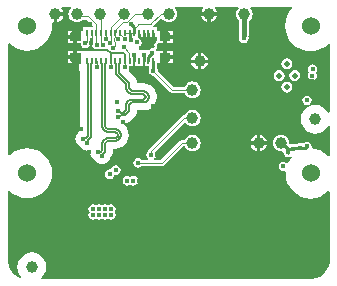
<source format=gbl>
G04*
G04 #@! TF.GenerationSoftware,Altium Limited,Altium Designer,21.6.1 (37)*
G04*
G04 Layer_Physical_Order=4*
G04 Layer_Color=16711680*
%FSLAX44Y44*%
%MOMM*%
G71*
G04*
G04 #@! TF.SameCoordinates,E8A9E921-0961-4E98-9D42-7A75F99DFC46*
G04*
G04*
G04 #@! TF.FilePolarity,Positive*
G04*
G01*
G75*
%ADD13C,0.2000*%
%ADD56C,0.1270*%
%ADD60C,1.0000*%
%ADD61C,0.1020*%
%ADD63C,0.1000*%
%ADD64C,0.2540*%
%ADD65C,0.3810*%
%ADD66C,0.1040*%
%ADD69C,1.5240*%
%ADD70C,0.4000*%
%ADD71C,0.5100*%
%ADD72R,0.9000X0.6200*%
%ADD73R,0.2300X0.5000*%
G36*
X-83211Y115426D02*
X-82780Y114156D01*
X-82992Y113993D01*
X-84115Y112530D01*
X-84820Y110827D01*
X-85060Y109000D01*
X-84820Y107173D01*
X-84115Y105470D01*
X-82992Y104008D01*
X-81530Y102886D01*
X-79827Y102180D01*
X-78000Y101940D01*
X-76173Y102180D01*
X-74470Y102886D01*
X-73008Y104008D01*
X-72683Y104431D01*
X-69064D01*
X-63816Y99182D01*
Y97750D01*
X-72397D01*
Y95893D01*
X-72703Y94750D01*
X-74700D01*
Y86550D01*
X-74700Y86550D01*
X-77703D01*
Y84550D01*
X-75014D01*
X-74765Y84247D01*
X-74455Y82686D01*
X-73571Y81363D01*
X-72248Y80479D01*
X-70687Y80168D01*
X-69126Y80479D01*
X-67803Y81363D01*
X-66919Y82686D01*
X-66609Y84247D01*
X-66792Y85168D01*
X-66677Y85744D01*
Y88750D01*
X-63816D01*
Y85797D01*
X-64642Y84561D01*
X-64952Y83000D01*
X-64642Y81439D01*
X-63758Y80116D01*
X-62435Y79232D01*
X-61368Y79020D01*
X-61493Y77750D01*
X-72703D01*
Y77950D01*
X-77703D01*
Y75950D01*
X-74700D01*
X-74700Y75950D01*
Y66750D01*
X-76397D01*
Y60750D01*
X-75082D01*
Y9968D01*
X-75359Y9854D01*
X-76745Y8790D01*
X-77268Y8268D01*
X-78331Y6882D01*
X-79000Y5268D01*
X-79228Y3535D01*
X-79000Y1804D01*
X-78331Y189D01*
X-77268Y-1197D01*
X-75882Y-2260D01*
X-75114Y-2578D01*
X-74796Y-3346D01*
X-73732Y-4732D01*
X-72346Y-5796D01*
X-70732Y-6464D01*
X-69000Y-6692D01*
X-67780Y-6532D01*
X-66787Y-7313D01*
X-66637Y-7577D01*
X-66692Y-8000D01*
X-66464Y-9732D01*
X-65796Y-11346D01*
X-64732Y-12732D01*
X-63346Y-13796D01*
X-62578Y-14114D01*
X-62260Y-14882D01*
X-61197Y-16268D01*
X-59811Y-17331D01*
X-58197Y-18000D01*
X-56465Y-18228D01*
X-54732Y-18000D01*
X-53118Y-17331D01*
X-51732Y-16268D01*
X-51210Y-15745D01*
X-50146Y-14359D01*
X-49478Y-12745D01*
X-49379Y-11995D01*
X-49261Y-11877D01*
X-48197Y-10491D01*
X-47529Y-8877D01*
X-47301Y-7145D01*
Y-5079D01*
X-45643D01*
Y-5122D01*
X-42615Y-4724D01*
X-39794Y-3555D01*
X-37372Y-1696D01*
X-35514Y726D01*
X-34345Y3547D01*
X-33946Y6574D01*
X-34345Y9601D01*
X-35514Y12422D01*
X-37372Y14844D01*
X-37987Y15316D01*
X-38041Y15538D01*
X-37658Y16665D01*
X-37410D01*
X-35678Y16893D01*
X-34064Y17561D01*
X-32678Y18625D01*
X-30123Y21180D01*
X-30123Y21180D01*
X-28982Y22321D01*
X-27918Y23707D01*
X-27250Y25321D01*
X-27022Y27053D01*
Y27538D01*
X-21561D01*
Y27498D01*
X-18600Y27887D01*
X-15841Y29030D01*
X-13472Y30848D01*
X-11654Y33217D01*
X-10511Y35976D01*
X-10287Y37683D01*
X-10280Y37732D01*
X-10122Y38936D01*
Y38936D01*
Y38937D01*
X-10122D01*
X-10280Y40141D01*
X-10511Y41897D01*
X-11654Y44656D01*
X-13472Y47025D01*
X-15841Y48843D01*
X-18600Y49985D01*
X-21561Y50375D01*
Y50335D01*
X-27022D01*
Y50714D01*
X-27250Y52446D01*
X-27918Y54060D01*
X-28982Y55446D01*
X-33365Y59829D01*
X-34097Y60750D01*
X-34097D01*
X-34097Y60750D01*
Y64750D01*
X-30096D01*
Y69250D01*
X-28397D01*
Y64750D01*
X-22096D01*
Y69250D01*
X-20581D01*
X-20397Y68324D01*
Y64750D01*
X-16581D01*
Y62841D01*
X-16768Y62561D01*
X-17078Y61000D01*
X-16768Y59439D01*
X-15884Y58116D01*
X-14561Y57232D01*
X-13000Y56922D01*
X-12617Y56998D01*
X1190Y43190D01*
X2021Y42636D01*
X3000Y42441D01*
X13483D01*
X13886Y41470D01*
X15008Y40008D01*
X16470Y38886D01*
X18173Y38180D01*
X20000Y37940D01*
X21827Y38180D01*
X23530Y38886D01*
X24992Y40008D01*
X26114Y41470D01*
X26820Y43173D01*
X27060Y45000D01*
X26820Y46827D01*
X26114Y48530D01*
X24992Y49992D01*
X23530Y51115D01*
X21827Y51820D01*
X20000Y52060D01*
X18173Y51820D01*
X16470Y51115D01*
X15008Y49992D01*
X13886Y48530D01*
X13483Y47559D01*
X4060D01*
X-8998Y60617D01*
X-8922Y61000D01*
X-9232Y62561D01*
X-9913Y63579D01*
Y66528D01*
X-9797Y67750D01*
X-8643Y67750D01*
X-7800D01*
Y75950D01*
X-7800Y75950D01*
X-4797D01*
Y77950D01*
X-9081D01*
X-9797Y77950D01*
X-10511Y78311D01*
X-10610Y78489D01*
X-10929Y79664D01*
X-10228Y80713D01*
X-9918Y82274D01*
X-10147Y83425D01*
X-9419Y84386D01*
X-9179Y84550D01*
X-4797D01*
Y86550D01*
X-7800D01*
X-7800Y86550D01*
Y94750D01*
X-8827D01*
X-9797Y94750D01*
X-10097Y95896D01*
Y97750D01*
X-13042D01*
X-13427Y99020D01*
X-13183Y99183D01*
X-13154Y99227D01*
X-13110Y99257D01*
X-7238Y105129D01*
X-5674Y104896D01*
X-4992Y104008D01*
X-3530Y102886D01*
X-1827Y102180D01*
X0Y101940D01*
X1827Y102180D01*
X3530Y102886D01*
X4992Y104008D01*
X6115Y105470D01*
X6820Y107173D01*
X7060Y109000D01*
X6820Y110827D01*
X6115Y112530D01*
X4992Y113993D01*
X4780Y114156D01*
X5211Y115426D01*
X28789D01*
X29220Y114156D01*
X29008Y113992D01*
X27885Y112530D01*
X27180Y110827D01*
X27137Y110500D01*
X34000D01*
X40863D01*
X40820Y110827D01*
X40114Y112530D01*
X38993Y113992D01*
X38780Y114156D01*
X39211Y115426D01*
X58789D01*
X59220Y114156D01*
X59008Y113993D01*
X57885Y112530D01*
X57180Y110827D01*
X56940Y109000D01*
X57180Y107173D01*
X57885Y105470D01*
X59008Y104008D01*
X59518Y103616D01*
Y91500D01*
X59788Y90145D01*
X59732Y90061D01*
X59422Y88500D01*
X59732Y86939D01*
X60616Y85616D01*
X61939Y84732D01*
X63500Y84422D01*
X65061Y84732D01*
X66384Y85616D01*
X67268Y86939D01*
X67578Y88500D01*
X67268Y90061D01*
X67212Y90145D01*
X67481Y91500D01*
Y102865D01*
X67530Y102886D01*
X68992Y104008D01*
X70114Y105470D01*
X70820Y107173D01*
X71060Y109000D01*
X70820Y110827D01*
X70114Y112530D01*
X68992Y113993D01*
X68780Y114156D01*
X69211Y115426D01*
X104160Y115426D01*
X104573Y114156D01*
X102136Y111186D01*
X100151Y107472D01*
X98929Y103441D01*
X98516Y99250D01*
X98929Y95059D01*
X100151Y91028D01*
X102136Y87314D01*
X104808Y84058D01*
X108064Y81386D01*
X111778Y79401D01*
X115809Y78179D01*
X120000Y77766D01*
X124191Y78179D01*
X128222Y79401D01*
X131936Y81386D01*
X134846Y83774D01*
X136116Y83298D01*
X136116Y25754D01*
X134846Y25501D01*
X134591Y26115D01*
X132648Y28648D01*
X130115Y30591D01*
X127165Y31813D01*
X124000Y32230D01*
X120835Y31813D01*
X117885Y30591D01*
X115352Y28648D01*
X113409Y26115D01*
X112187Y23165D01*
X111770Y20000D01*
X112187Y16835D01*
X113409Y13885D01*
X115352Y11352D01*
X117885Y9409D01*
X120835Y8187D01*
X124000Y7770D01*
X127165Y8187D01*
X130115Y9409D01*
X132648Y11352D01*
X134591Y13885D01*
X134846Y14499D01*
X136116Y14247D01*
X136116Y-10629D01*
X135586Y-10818D01*
X134846Y-10952D01*
X131751Y-8413D01*
X128095Y-6458D01*
X124127Y-5255D01*
X121864Y-5032D01*
X120946Y-3665D01*
X121078Y-3000D01*
X120768Y-1439D01*
X119884Y-116D01*
X118561Y768D01*
X117000Y1078D01*
X115439Y768D01*
X114116Y-116D01*
X112630Y-278D01*
X112561Y-232D01*
X111000Y78D01*
X109439Y-232D01*
X108790Y-666D01*
X106395D01*
X105119Y-920D01*
X105090Y-940D01*
X105000Y-922D01*
X103439Y-1232D01*
X102210Y-724D01*
X102008Y-396D01*
X102060Y0D01*
X101820Y1827D01*
X101115Y3530D01*
X99992Y4992D01*
X98530Y6115D01*
X96827Y6820D01*
X95000Y7060D01*
X93173Y6820D01*
X91470Y6115D01*
X90007Y4992D01*
X88885Y3530D01*
X88180Y1827D01*
X87940Y0D01*
X88180Y-1827D01*
X88885Y-3530D01*
X90007Y-4992D01*
X91470Y-6115D01*
X93173Y-6820D01*
X95000Y-7060D01*
X95836Y-6950D01*
X96922Y-8000D01*
X97232Y-9561D01*
X98116Y-10884D01*
X99439Y-11768D01*
X101000Y-12078D01*
X102561Y-11768D01*
X103104Y-11405D01*
X103966Y-12357D01*
X102413Y-14249D01*
X101116Y-16674D01*
X100780Y-16795D01*
X99557Y-16898D01*
X98561Y-16232D01*
X97000Y-15922D01*
X95439Y-16232D01*
X94116Y-17116D01*
X93232Y-18439D01*
X92922Y-20000D01*
X93232Y-21561D01*
X94116Y-22884D01*
X95439Y-23768D01*
X97000Y-24078D01*
X97776Y-23924D01*
X98955Y-24916D01*
X98848Y-26000D01*
X99255Y-30127D01*
X100458Y-34095D01*
X102413Y-37751D01*
X105043Y-40957D01*
X108249Y-43587D01*
X111905Y-45542D01*
X115873Y-46745D01*
X120000Y-47152D01*
X124127Y-46745D01*
X128095Y-45542D01*
X131751Y-43587D01*
X134846Y-41048D01*
X135585Y-41182D01*
X136116Y-41371D01*
X136116Y-99310D01*
Y-100897D01*
X135496Y-104011D01*
X134281Y-106944D01*
X132518Y-109583D01*
X130273Y-111828D01*
X127634Y-113591D01*
X124701Y-114806D01*
X121587Y-115426D01*
X120000Y-115426D01*
X-107694Y-115425D01*
X-108102Y-114223D01*
X-107352Y-113648D01*
X-105409Y-111115D01*
X-104187Y-108165D01*
X-103770Y-105000D01*
X-104187Y-101835D01*
X-105409Y-98885D01*
X-107352Y-96352D01*
X-109885Y-94409D01*
X-112835Y-93187D01*
X-116000Y-92770D01*
X-119165Y-93187D01*
X-122115Y-94409D01*
X-124648Y-96352D01*
X-126591Y-98885D01*
X-127813Y-101835D01*
X-128230Y-105000D01*
X-127813Y-108165D01*
X-126591Y-111115D01*
X-124866Y-113363D01*
X-125667Y-114406D01*
X-127634Y-113591D01*
X-130273Y-111827D01*
X-132518Y-109583D01*
X-134281Y-106943D01*
X-135496Y-104010D01*
X-136116Y-100897D01*
Y-99310D01*
Y-41061D01*
X-135586Y-40872D01*
X-134846Y-40738D01*
X-131751Y-43277D01*
X-128095Y-45232D01*
X-124127Y-46435D01*
X-120000Y-46842D01*
X-115873Y-46435D01*
X-111905Y-45232D01*
X-108249Y-43277D01*
X-105043Y-40647D01*
X-102413Y-37441D01*
X-100458Y-33784D01*
X-99255Y-29817D01*
X-98848Y-25690D01*
X-99255Y-21563D01*
X-100458Y-17595D01*
X-102413Y-13939D01*
X-105043Y-10733D01*
X-108249Y-8103D01*
X-111905Y-6148D01*
X-115873Y-4945D01*
X-120000Y-4538D01*
X-124127Y-4945D01*
X-128095Y-6148D01*
X-131751Y-8103D01*
X-134846Y-10642D01*
X-135586Y-10508D01*
X-136116Y-10319D01*
Y83939D01*
X-135586Y84128D01*
X-134846Y84262D01*
X-131751Y81723D01*
X-128095Y79768D01*
X-124127Y78565D01*
X-120000Y78158D01*
X-115873Y78565D01*
X-111905Y79768D01*
X-108249Y81723D01*
X-105043Y84353D01*
X-102413Y87559D01*
X-100458Y91215D01*
X-99255Y95183D01*
X-98848Y99310D01*
X-99065Y101514D01*
X-98045Y102270D01*
X-97827Y102180D01*
X-97500Y102137D01*
Y109000D01*
X-96000D01*
Y110500D01*
X-89137D01*
X-89180Y110827D01*
X-89886Y112530D01*
X-91008Y113993D01*
X-91220Y114156D01*
X-90789Y115426D01*
X-83211D01*
D02*
G37*
G36*
X-10000Y86407D02*
X-10134Y86317D01*
X-10328Y86235D01*
X-10568Y86071D01*
X-10799Y85836D01*
X-11045Y85617D01*
X-11773Y84656D01*
X-11799Y84601D01*
X-11842Y84558D01*
X-11972Y84245D01*
X-12120Y83940D01*
X-12123Y83879D01*
X-12147Y83823D01*
Y83484D01*
X-12167Y83146D01*
X-12147Y83088D01*
Y83027D01*
X-11997Y82274D01*
X-12149Y81509D01*
X-12625Y80796D01*
X-13204Y80000D01*
X-14796Y80000D01*
X-16266Y79391D01*
X-16657Y79000D01*
X-25000D01*
Y81770D01*
X-24272Y82072D01*
X-23146Y83197D01*
X-22537Y84667D01*
Y86258D01*
X-23146Y87728D01*
X-23991Y88573D01*
X-23595Y89843D01*
X-10000D01*
Y86407D01*
D02*
G37*
%LPC*%
G36*
X-89137Y107500D02*
X-94500D01*
Y102137D01*
X-94173Y102180D01*
X-92470Y102886D01*
X-91008Y104008D01*
X-89886Y105470D01*
X-89180Y107173D01*
X-89137Y107500D01*
D02*
G37*
G36*
X40863Y107500D02*
X35500D01*
Y102137D01*
X35827Y102180D01*
X37530Y102886D01*
X38993Y104008D01*
X40114Y105470D01*
X40820Y107173D01*
X40863Y107500D01*
D02*
G37*
G36*
X32500D02*
X27137D01*
X27180Y107173D01*
X27885Y105470D01*
X29008Y104008D01*
X30470Y102886D01*
X32173Y102180D01*
X32500Y102137D01*
Y107500D01*
D02*
G37*
G36*
X-800Y94750D02*
X1200Y92750D01*
Y91150D01*
X3203D01*
Y94750D01*
X-800D01*
D02*
G37*
G36*
X-81700D02*
X-85703D01*
Y91150D01*
X-83700D01*
Y92750D01*
X-81700Y94750D01*
D02*
G37*
G36*
X3203Y88150D02*
X1200D01*
Y86550D01*
X-1797D01*
Y84550D01*
X3203D01*
Y88150D01*
D02*
G37*
G36*
X-83700D02*
X-85703D01*
Y84550D01*
X-80703D01*
Y86550D01*
X-83700D01*
Y88150D01*
D02*
G37*
G36*
X-1797Y77950D02*
Y75950D01*
X1200D01*
Y74350D01*
X3203D01*
Y77950D01*
X-1797D01*
D02*
G37*
G36*
X-80703D02*
X-85703D01*
Y74350D01*
X-83700D01*
Y75950D01*
X-80703D01*
Y77950D01*
D02*
G37*
G36*
X27500Y75863D02*
Y70500D01*
X32863D01*
X32820Y70827D01*
X32115Y72530D01*
X30992Y73992D01*
X29530Y75114D01*
X27827Y75820D01*
X27500Y75863D01*
D02*
G37*
G36*
X24500Y75863D02*
X24173Y75820D01*
X22470Y75114D01*
X21008Y73992D01*
X19885Y72530D01*
X19180Y70827D01*
X19137Y70500D01*
X24500D01*
Y75863D01*
D02*
G37*
G36*
X3203Y71350D02*
X1200D01*
Y69750D01*
X-800Y67750D01*
X3203D01*
Y71350D01*
D02*
G37*
G36*
X-83700D02*
X-85703D01*
Y67750D01*
X-81700D01*
X-83700Y69750D01*
Y71350D01*
D02*
G37*
G36*
X100000Y71639D02*
X98225Y71286D01*
X96720Y70280D01*
X95714Y68775D01*
X95361Y67000D01*
X95714Y65225D01*
X96720Y63720D01*
X98225Y62714D01*
X100000Y62361D01*
X101775Y62714D01*
X103280Y63720D01*
X104286Y65225D01*
X104639Y67000D01*
X104286Y68775D01*
X103280Y70280D01*
X101775Y71286D01*
X100000Y71639D01*
D02*
G37*
G36*
X32863Y67500D02*
X27500D01*
Y62137D01*
X27827Y62180D01*
X29530Y62885D01*
X30992Y64008D01*
X32115Y65470D01*
X32820Y67173D01*
X32863Y67500D01*
D02*
G37*
G36*
X24500D02*
X19137D01*
X19180Y67173D01*
X19885Y65470D01*
X21008Y64008D01*
X22470Y62885D01*
X24173Y62180D01*
X24500Y62137D01*
Y67500D01*
D02*
G37*
G36*
X121775Y66392D02*
X120215Y66082D01*
X118891Y65198D01*
X118007Y63875D01*
X117697Y62314D01*
X118007Y60753D01*
X118670Y59761D01*
X117868Y58561D01*
X117558Y57000D01*
X117868Y55439D01*
X118752Y54116D01*
X120075Y53232D01*
X121636Y52922D01*
X123197Y53232D01*
X124520Y54116D01*
X125404Y55439D01*
X125715Y57000D01*
X125404Y58561D01*
X124741Y59553D01*
X125543Y60753D01*
X125854Y62314D01*
X125543Y63875D01*
X124659Y65198D01*
X123336Y66082D01*
X121775Y66392D01*
D02*
G37*
G36*
X106500Y61639D02*
X104725Y61286D01*
X103220Y60280D01*
X102214Y58775D01*
X101861Y57000D01*
X102214Y55225D01*
X103220Y53720D01*
X104725Y52714D01*
X106500Y52361D01*
X108275Y52714D01*
X109780Y53720D01*
X110786Y55225D01*
X111139Y57000D01*
X110786Y58775D01*
X109780Y60280D01*
X108275Y61286D01*
X106500Y61639D01*
D02*
G37*
G36*
X93500D02*
X91725Y61286D01*
X90220Y60280D01*
X89214Y58775D01*
X88861Y57000D01*
X89214Y55225D01*
X90220Y53720D01*
X91725Y52714D01*
X93500Y52361D01*
X95275Y52714D01*
X96780Y53720D01*
X97786Y55225D01*
X98139Y57000D01*
X97786Y58775D01*
X96780Y60280D01*
X95275Y61286D01*
X93500Y61639D01*
D02*
G37*
G36*
X100000Y51639D02*
X98225Y51286D01*
X96720Y50280D01*
X95714Y48775D01*
X95361Y47000D01*
X95714Y45225D01*
X96720Y43720D01*
X98225Y42714D01*
X100000Y42361D01*
X101775Y42714D01*
X103280Y43720D01*
X104286Y45225D01*
X104639Y47000D01*
X104286Y48775D01*
X103280Y50280D01*
X101775Y51286D01*
X100000Y51639D01*
D02*
G37*
G36*
X117000Y40078D02*
X115439Y39768D01*
X114116Y38884D01*
X113232Y37561D01*
X112922Y36000D01*
X113232Y34439D01*
X114116Y33116D01*
X115439Y32232D01*
X117000Y31922D01*
X118561Y32232D01*
X119884Y33116D01*
X120768Y34439D01*
X121078Y36000D01*
X120768Y37561D01*
X119884Y38884D01*
X118561Y39768D01*
X117000Y40078D01*
D02*
G37*
G36*
X20000Y28060D02*
X18173Y27820D01*
X16470Y27115D01*
X15008Y25993D01*
X13886Y24530D01*
X13488Y23569D01*
X13000D01*
X12017Y23374D01*
X11183Y22817D01*
X-16817Y-5183D01*
X-17374Y-6017D01*
X-17548Y-6892D01*
X-17884Y-7116D01*
X-18768Y-8439D01*
X-19078Y-10000D01*
X-18768Y-11561D01*
X-17884Y-12884D01*
X-17439Y-13181D01*
X-17824Y-14451D01*
X-22892D01*
X-23116Y-14116D01*
X-24439Y-13232D01*
X-26000Y-12922D01*
X-27561Y-13232D01*
X-28884Y-14116D01*
X-29768Y-15439D01*
X-30078Y-17000D01*
X-29768Y-18561D01*
X-28884Y-19884D01*
X-27561Y-20768D01*
X-26000Y-21078D01*
X-24439Y-20768D01*
X-23116Y-19884D01*
X-22892Y-19549D01*
X-6000D01*
X-5024Y-19355D01*
X-4198Y-18802D01*
X12056Y-2549D01*
X13479D01*
X13886Y-3530D01*
X15008Y-4992D01*
X16470Y-6115D01*
X18173Y-6820D01*
X20000Y-7060D01*
X21827Y-6820D01*
X23530Y-6115D01*
X24992Y-4992D01*
X26114Y-3530D01*
X26820Y-1827D01*
X27060Y0D01*
X26820Y1827D01*
X26114Y3530D01*
X24992Y4992D01*
X23530Y6115D01*
X21827Y6820D01*
X20000Y7060D01*
X18173Y6820D01*
X16470Y6115D01*
X15008Y4992D01*
X13886Y3530D01*
X13479Y2549D01*
X11000D01*
X10025Y2355D01*
X9198Y1802D01*
X-7056Y-14451D01*
X-12176D01*
X-12561Y-13181D01*
X-12116Y-12884D01*
X-11232Y-11561D01*
X-10922Y-10000D01*
X-11232Y-8439D01*
X-11862Y-7496D01*
X12762Y17129D01*
X14326Y16896D01*
X15008Y16008D01*
X16470Y14885D01*
X18173Y14180D01*
X20000Y13940D01*
X21827Y14180D01*
X23530Y14885D01*
X24992Y16008D01*
X26114Y17470D01*
X26820Y19173D01*
X27060Y21000D01*
X26820Y22827D01*
X26114Y24530D01*
X24992Y25993D01*
X23530Y27115D01*
X21827Y27820D01*
X20000Y28060D01*
D02*
G37*
G36*
X77500Y6863D02*
Y1500D01*
X82863D01*
X82820Y1827D01*
X82114Y3530D01*
X80992Y4992D01*
X79530Y6115D01*
X77827Y6820D01*
X77500Y6863D01*
D02*
G37*
G36*
X74500D02*
X74173Y6820D01*
X72470Y6115D01*
X71008Y4992D01*
X69886Y3530D01*
X69180Y1827D01*
X69137Y1500D01*
X74500D01*
Y6863D01*
D02*
G37*
G36*
X82863Y-1500D02*
X77500D01*
Y-6863D01*
X77827Y-6820D01*
X79530Y-6115D01*
X80992Y-4992D01*
X82114Y-3530D01*
X82820Y-1827D01*
X82863Y-1500D01*
D02*
G37*
G36*
X74500D02*
X69137D01*
X69180Y-1827D01*
X69886Y-3530D01*
X71008Y-4992D01*
X72470Y-6115D01*
X74173Y-6820D01*
X74500Y-6863D01*
Y-1500D01*
D02*
G37*
G36*
X-44980Y-18989D02*
X-46541Y-19299D01*
X-47864Y-20183D01*
X-48748Y-21507D01*
X-48987Y-22706D01*
X-50000Y-22505D01*
X-51561Y-22815D01*
X-52884Y-23699D01*
X-53768Y-25022D01*
X-54078Y-26583D01*
X-53768Y-28144D01*
X-52884Y-29467D01*
X-51561Y-30351D01*
X-50000Y-30661D01*
X-48439Y-30351D01*
X-47116Y-29467D01*
X-46232Y-28144D01*
X-45993Y-26944D01*
X-44980Y-27146D01*
X-43419Y-26835D01*
X-42096Y-25951D01*
X-41212Y-24628D01*
X-40902Y-23067D01*
X-41212Y-21507D01*
X-42096Y-20183D01*
X-43419Y-19299D01*
X-44980Y-18989D01*
D02*
G37*
G36*
X-30000Y-28097D02*
X-31561Y-28407D01*
X-32500Y-29035D01*
X-33439Y-28407D01*
X-35000Y-28097D01*
X-36561Y-28407D01*
X-37884Y-29291D01*
X-38768Y-30614D01*
X-39078Y-32175D01*
X-38768Y-33736D01*
X-37884Y-35059D01*
X-36561Y-35943D01*
X-35000Y-36253D01*
X-33439Y-35943D01*
X-32500Y-35315D01*
X-31561Y-35943D01*
X-30000Y-36253D01*
X-28439Y-35943D01*
X-27116Y-35059D01*
X-26232Y-33736D01*
X-25922Y-32175D01*
X-26232Y-30614D01*
X-27116Y-29291D01*
X-28439Y-28407D01*
X-30000Y-28097D01*
D02*
G37*
G36*
X-48980Y-51902D02*
X-50541Y-52212D01*
X-51480Y-52840D01*
X-52420Y-52212D01*
X-53980Y-51902D01*
X-55541Y-52212D01*
X-56480Y-52840D01*
X-57420Y-52212D01*
X-58980Y-51902D01*
X-60541Y-52212D01*
X-61480Y-52840D01*
X-62420Y-52212D01*
X-63980Y-51902D01*
X-65541Y-52212D01*
X-66864Y-53096D01*
X-67748Y-54419D01*
X-68059Y-55980D01*
X-67748Y-57541D01*
X-67121Y-58480D01*
X-67748Y-59419D01*
X-68059Y-60980D01*
X-67748Y-62541D01*
X-66864Y-63864D01*
X-65541Y-64748D01*
X-63980Y-65059D01*
X-62420Y-64748D01*
X-61480Y-64121D01*
X-60541Y-64748D01*
X-58980Y-65059D01*
X-57420Y-64748D01*
X-56480Y-64121D01*
X-55541Y-64748D01*
X-53980Y-65059D01*
X-52420Y-64748D01*
X-51480Y-64121D01*
X-50541Y-64748D01*
X-48980Y-65059D01*
X-47420Y-64748D01*
X-46096Y-63864D01*
X-45212Y-62541D01*
X-44902Y-60980D01*
X-45212Y-59419D01*
X-45840Y-58480D01*
X-45212Y-57541D01*
X-44902Y-55980D01*
X-45212Y-54419D01*
X-46096Y-53096D01*
X-47420Y-52212D01*
X-48980Y-51902D01*
D02*
G37*
%LPD*%
D13*
X-37343Y69697D02*
Y75035D01*
X-38515Y76207D02*
X-37343Y75035D01*
X-49237Y76207D02*
X-38515D01*
X-49237Y69575D02*
Y76207D01*
X-51975Y78944D02*
X-49237Y76207D01*
X-66850Y78944D02*
X-51975D01*
D56*
X-51429Y3899D02*
X-53909Y3234D01*
X-55725Y1418D01*
X-56390Y-1062D01*
X-45643Y3899D02*
X-43326Y5236D01*
Y7911D01*
X-45643Y9249D01*
X-56390Y14210D02*
X-55725Y11730D01*
X-53909Y9914D01*
X-51429Y9249D01*
Y1613D02*
X-53320Y830D01*
X-54104Y-1062D01*
X-45643Y1613D02*
X-43162Y2278D01*
X-41346Y4094D01*
X-40682Y6574D01*
X-41346Y9054D01*
X-43162Y10870D01*
X-45643Y11535D01*
X-54104Y14210D02*
X-53320Y12319D01*
X-51429Y11535D01*
X-31294Y36516D02*
X-33647Y35886D01*
X-35370Y34163D01*
X-36000Y31810D01*
X-21561Y36516D02*
X-19141Y38936D01*
Y38936D02*
X-21561Y41357D01*
X-36000Y46062D02*
X-35370Y43710D01*
X-33647Y41987D01*
X-31294Y41357D01*
Y34230D02*
X-33714Y31810D01*
X-21561Y34230D02*
X-19208Y34861D01*
X-17485Y36583D01*
X-16855Y38936D01*
Y38936D02*
X-17485Y41290D01*
X-19208Y43012D01*
X-21561Y43643D01*
X-33714Y46062D02*
X-31294Y43643D01*
X-57519Y-7438D02*
X-56279Y-6198D01*
Y-4402D01*
X-56390Y-4292D02*
X-56279Y-4402D01*
X-56390Y-4292D02*
Y-1062D01*
X-51429Y3899D02*
X-45643D01*
X-51429Y9249D02*
X-45643D01*
X-56390Y14210D02*
Y15988D01*
X-54286Y-7438D02*
X-54286D01*
X-54286D02*
X-53993Y-7145D01*
Y-3455D01*
X-54104Y-3345D02*
X-53993Y-3455D01*
X-54104Y-3345D02*
Y-1062D01*
X-51429Y1613D02*
X-45643D01*
X-51429Y11535D02*
X-45643D01*
X-54104Y14210D02*
Y15988D01*
X-56390D02*
Y67043D01*
X-54104Y15988D02*
Y67043D01*
X-57559Y-7478D02*
X-57519Y-7438D01*
X-55942Y-9094D02*
X-54286Y-7438D01*
X-44390Y58157D02*
Y58573D01*
Y58157D02*
X-38486Y52253D01*
X-38088Y25912D02*
X-36000Y28000D01*
Y31810D01*
X-31294Y36516D02*
X-21561D01*
X-19141Y38936D02*
Y38936D01*
X-31294Y41357D02*
X-21561D01*
X-36000Y46062D02*
Y47841D01*
X-34855Y25912D02*
X-34855D01*
X-34855D02*
X-33714Y27053D01*
Y31810D01*
X-31294Y34230D02*
X-21561D01*
X-16855Y38936D02*
Y38936D01*
X-31294Y43643D02*
X-21561D01*
X-33714Y46062D02*
Y47841D01*
X-44390Y58573D02*
Y67043D01*
X-38486Y52253D02*
X-36000Y49767D01*
X-42104Y59104D02*
X-33714Y50714D01*
X-36000Y47841D02*
Y49767D01*
X-33714Y47841D02*
Y50714D01*
X-38357Y25643D02*
X-38088Y25912D01*
X-37410Y23357D02*
X-34855Y25912D01*
X-41247Y67900D02*
Y69250D01*
X-42104Y67043D02*
X-41247Y67900D01*
X-42104Y59104D02*
Y67043D01*
X-42261Y22000D02*
X-40904Y23357D01*
X-43000Y22000D02*
X-42261D01*
X-43000Y27000D02*
X-42261D01*
X-45247Y67900D02*
Y69250D01*
Y67900D02*
X-44390Y67043D01*
X-40904Y25643D02*
X-38357D01*
X-42261Y27000D02*
X-40904Y25643D01*
Y23357D02*
X-37410D01*
X-72536Y3535D02*
X-72013Y4058D01*
X-70094D01*
X-68390Y5762D01*
X-66104Y67043D02*
X-65247Y67900D01*
X-69000Y0D02*
X-68478Y522D01*
X-69247Y67900D02*
Y69250D01*
X-66104Y4815D02*
Y67043D01*
X-69247Y67900D02*
X-68390Y67043D01*
Y5762D02*
Y67043D01*
X-65247Y67900D02*
Y69250D01*
X-68478Y2441D02*
X-66104Y4815D01*
X-68478Y522D02*
Y2441D01*
X-57247Y67900D02*
X-56390Y67043D01*
X-57247Y67900D02*
Y69250D01*
X-60000Y-8000D02*
X-59478Y-7478D01*
X-57559D01*
X-54104Y67043D02*
X-53247Y67900D01*
Y69250D01*
X-55942Y-11013D02*
Y-9094D01*
X-56465Y-11536D02*
X-55942Y-11013D01*
D60*
X34000Y109000D02*
D03*
X76000Y0D02*
D03*
X26000Y69000D02*
D03*
X-96000Y109000D02*
D03*
X0D02*
D03*
X95000Y0D02*
D03*
X64000Y109000D02*
D03*
X20000Y45000D02*
D03*
Y21000D02*
D03*
Y0D02*
D03*
X-58000Y109000D02*
D03*
X-78000D02*
D03*
X-18000D02*
D03*
X-38000D02*
D03*
X-116000Y-105000D02*
D03*
X124000Y20000D02*
D03*
D61*
X-65721Y84833D02*
X-65247Y85307D01*
Y93250D01*
X-31872Y64000D02*
X-31480Y63608D01*
X-49669Y84535D02*
X-49099Y85105D01*
Y86524D01*
X-49000Y86622D02*
Y89723D01*
X-49099Y86524D02*
X-49000Y86622D01*
X-38000Y81000D02*
X-33370Y76370D01*
Y69373D02*
Y76370D01*
X-13000Y61000D02*
X3000Y45000D01*
X20000D01*
X-49247Y97753D02*
X-38000Y109000D01*
X-49247Y93250D02*
Y97753D01*
X-37521Y87739D02*
X-37458D01*
X-39907Y90125D02*
X-37521Y87739D01*
X-39907Y90125D02*
Y90662D01*
X-32000Y87000D02*
Y87395D01*
X-17247Y90248D02*
X-14261Y87263D01*
X-14000Y87002D01*
Y82178D02*
Y87002D01*
X-41247Y91900D02*
Y93250D01*
X-40607Y91260D02*
X-40504D01*
X-41247Y91900D02*
X-40607Y91260D01*
X-40504D02*
X-39907Y90662D01*
X-57247Y93250D02*
Y108247D01*
X-58000Y109000D02*
X-57247Y108247D01*
X-37123Y64123D02*
Y69127D01*
Y64123D02*
X-37000Y64000D01*
X-37247Y69250D02*
X-37123Y69127D01*
X-48905Y89817D02*
Y92909D01*
X-49247Y93250D02*
X-48905Y92909D01*
X-49000Y89723D02*
X-48905Y89817D01*
X-57203Y85111D02*
X-55874Y83782D01*
X-57203Y85111D02*
Y93206D01*
X-55874Y83024D02*
Y83782D01*
X-57247Y93250D02*
X-57203Y93206D01*
X-13247Y61247D02*
X-13000Y61000D01*
X-61123Y64123D02*
Y69127D01*
Y64123D02*
X-61000Y64000D01*
X-61247Y69250D02*
X-61123Y69127D01*
X-49247Y69250D02*
X-49123Y69127D01*
Y64123D02*
X-49000Y64000D01*
X-49123Y64123D02*
Y69127D01*
X-33370Y69373D02*
X-33247Y69250D01*
D63*
X-6000Y-17000D02*
X11000Y0D01*
X20000D01*
X-26000Y-17000D02*
X-6000D01*
D64*
X100802Y-8000D02*
X101000Y-8198D01*
X100802Y-8000D02*
Y-5000D01*
X105000D01*
X106395Y-4000D02*
X111000D01*
X105395Y-5000D02*
X106395Y-4000D01*
X110605D02*
X115605D01*
X116326Y-3279D01*
X116721Y-3674D01*
X100605Y-5000D02*
X100802D01*
X95605Y0D02*
X100605Y-5000D01*
X95000Y0D02*
X95605D01*
X-21247Y69250D02*
Y74253D01*
X-17247Y72753D02*
X-14000Y76000D01*
X-17247Y69250D02*
Y72753D01*
X-33247Y88642D02*
X-32000Y87395D01*
X-33247Y88642D02*
Y93250D01*
X-29247Y97446D02*
Y98247D01*
Y93250D02*
Y97446D01*
X-31901Y100901D02*
X-29247Y98247D01*
X-13247Y90233D02*
Y93250D01*
X-17247Y90248D02*
Y93250D01*
X-19513Y83876D02*
X-19266Y83629D01*
Y82597D02*
Y83629D01*
Y82597D02*
X-18943Y82274D01*
X-25247Y90211D02*
X-22490Y87454D01*
X-25247Y90211D02*
Y92020D01*
X-19513Y83876D02*
Y84319D01*
X-22490Y87296D02*
X-19513Y84319D01*
X-22490Y87296D02*
Y87454D01*
X-21247Y89279D02*
Y93250D01*
X-13247Y61247D02*
Y69250D01*
X-29247D02*
Y74753D01*
D65*
X63500Y108500D02*
X64000Y109000D01*
X63500Y91500D02*
Y108500D01*
D66*
X-70687Y84304D02*
X-69247Y85744D01*
X-70687Y84247D02*
Y84304D01*
X-47166Y80610D02*
X-45480Y82296D01*
Y84981D01*
X-53376Y93121D02*
X-53247Y93250D01*
X-47166Y80207D02*
Y80610D01*
X-53505Y87742D02*
X-53376Y87871D01*
Y93121D01*
X-21512Y101000D02*
X-15000D01*
X-14927Y101074D02*
X-7000Y109000D01*
X-25391Y101000D02*
X-21616D01*
X13000Y21000D02*
X20000D01*
X-15000Y-7000D02*
X13000Y21000D01*
X-15000Y-10000D02*
Y-7000D01*
X-44767Y96547D02*
X-38834Y102480D01*
X-35299D01*
X-44767Y93729D02*
Y96547D01*
X-45394Y93103D02*
X-44767Y93729D01*
X-33247Y93250D02*
X-29247D01*
Y97446D02*
X-29000Y97199D01*
X-31901Y100100D02*
X-29247Y97446D01*
X-13247Y93250D02*
X-12617Y93880D01*
X-26000Y100391D02*
X-25391Y101000D01*
X-26000Y100199D02*
Y100391D01*
X-29000Y97199D02*
X-26000Y100199D01*
X-19404Y87436D02*
X-18943D01*
X-21247Y89279D02*
X-19404Y87436D01*
X-13996Y87528D02*
Y88252D01*
X-12631Y89617D01*
X-7000Y109000D02*
X0D01*
X-31901Y100100D02*
Y100901D01*
X-28779Y109000D02*
X-18000D01*
X-35299Y102480D02*
X-28779Y109000D01*
X-37247Y93250D02*
X-33247D01*
X-46388Y85889D02*
X-45480Y84981D01*
X-46388Y85889D02*
Y88805D01*
X-45394Y89799D01*
Y93103D01*
X-68000Y107000D02*
X-61247Y100247D01*
Y93250D02*
Y100247D01*
X-76286Y107286D02*
X-73196D01*
X-78000Y109000D02*
X-76286Y107286D01*
X-73196D02*
X-72911Y107000D01*
X-68000D01*
X-60984Y83110D02*
X-60874Y83000D01*
X-60984Y83110D02*
Y84826D01*
X-61247Y85089D02*
Y93250D01*
Y85089D02*
X-60984Y84826D01*
X-69247Y85744D02*
Y93250D01*
D69*
X120000Y-25690D02*
D03*
X-120000D02*
D03*
X120000Y99310D02*
D03*
X-120000D02*
D03*
D70*
X97000Y-20000D02*
D03*
X109451Y9200D02*
D03*
Y-110800D02*
D03*
X-40549Y-10800D02*
D03*
X-100549Y-50800D02*
D03*
X-110549Y-70800D02*
D03*
X-100549Y-90800D02*
D03*
X-130549Y49201D02*
D03*
X-120549Y29200D02*
D03*
X-130549Y9200D02*
D03*
X-120549Y-50800D02*
D03*
X-130549Y-70800D02*
D03*
X-120549Y-90800D02*
D03*
X98491Y112630D02*
D03*
X134000Y-46000D02*
D03*
X133000Y-5000D02*
D03*
X117000Y-3000D02*
D03*
X111000Y-4000D02*
D03*
X105000Y-5000D02*
D03*
X121636Y52000D02*
D03*
Y57000D02*
D03*
X50000Y-11000D02*
D03*
X17160Y-9737D02*
D03*
X-109055Y76225D02*
D03*
X-97000Y-63000D02*
D03*
X-81000Y-79000D02*
D03*
X-89000Y-47000D02*
D03*
X71000Y-40000D02*
D03*
X69000Y-60000D02*
D03*
Y-24000D02*
D03*
Y-9000D02*
D03*
X64000Y1000D02*
D03*
X41410Y24279D02*
D03*
X-13000Y31000D02*
D03*
X-7696Y80138D02*
D03*
X-67000Y101000D02*
D03*
X-70687Y84247D02*
D03*
X-65721Y84833D02*
D03*
X-88000Y84000D02*
D03*
X-78000Y57000D02*
D03*
Y29000D02*
D03*
X-79000Y-4000D02*
D03*
X-74000Y12000D02*
D03*
X-48166Y-13676D02*
D03*
X-67536Y-8015D02*
D03*
X-39000Y18000D02*
D03*
X-44000Y35000D02*
D03*
X120000Y47000D02*
D03*
X-53505Y87742D02*
D03*
X-49669Y84535D02*
D03*
X-47166Y80207D02*
D03*
X-43000Y22000D02*
D03*
Y27000D02*
D03*
X-22000Y52000D02*
D03*
X-21370Y74377D02*
D03*
X-29247Y74753D02*
D03*
X17000Y35000D02*
D03*
X-37458Y87739D02*
D03*
X-26537Y85463D02*
D03*
X-13996Y82274D02*
D03*
X-18943Y87528D02*
D03*
X-13996D02*
D03*
X-18943Y82274D02*
D03*
X-31901Y100901D02*
D03*
X-42619Y87621D02*
D03*
X-32000Y87000D02*
D03*
X-38000Y81000D02*
D03*
X121775Y62314D02*
D03*
X63500Y88500D02*
D03*
X133793Y66322D02*
D03*
X-37000Y64000D02*
D03*
X-48980Y-60980D02*
D03*
X-53980D02*
D03*
X-58980D02*
D03*
X-48980Y-55980D02*
D03*
X-53980D02*
D03*
X-58980D02*
D03*
X-63980Y-60980D02*
D03*
Y-55980D02*
D03*
X-97000Y5000D02*
D03*
Y13000D02*
D03*
X-60874Y83000D02*
D03*
X-55874Y83024D02*
D03*
X26000Y105000D02*
D03*
Y111000D02*
D03*
X77984Y71480D02*
D03*
X78000Y76000D02*
D03*
Y67000D02*
D03*
X46000Y47000D02*
D03*
Y41000D02*
D03*
Y35000D02*
D03*
X-21000Y61000D02*
D03*
X-27000D02*
D03*
X-14000Y76000D02*
D03*
X-13000Y61000D02*
D03*
X117000Y36000D02*
D03*
X101000Y-8000D02*
D03*
X-50000Y-26583D02*
D03*
X-44980Y-23067D02*
D03*
X-26000Y-17000D02*
D03*
X-40000Y-54000D02*
D03*
X-15000Y-10000D02*
D03*
X-61000Y64000D02*
D03*
X-49000D02*
D03*
X-35000Y-32175D02*
D03*
X-30000D02*
D03*
X-25000D02*
D03*
X65000D02*
D03*
X35000D02*
D03*
X5000D02*
D03*
X50000Y-31825D02*
D03*
X20000D02*
D03*
X-10000Y-32000D02*
D03*
Y-10000D02*
D03*
X-69000Y0D02*
D03*
X-72536Y3535D02*
D03*
X-60000Y-8000D02*
D03*
X-56465Y-11536D02*
D03*
D71*
X93500Y57000D02*
D03*
X106500D02*
D03*
X100000Y67000D02*
D03*
Y47000D02*
D03*
D72*
X-79203Y72850D02*
D03*
Y89650D02*
D03*
X-3297D02*
D03*
Y72850D02*
D03*
D73*
X-13247Y69250D02*
D03*
X-17247D02*
D03*
X-21247D02*
D03*
X-25247D02*
D03*
X-29247D02*
D03*
X-33247D02*
D03*
X-37247D02*
D03*
X-41247D02*
D03*
X-45247D02*
D03*
X-49247D02*
D03*
X-53247D02*
D03*
X-57247D02*
D03*
X-61247D02*
D03*
X-65247D02*
D03*
X-69247D02*
D03*
X-13247Y93250D02*
D03*
X-17247D02*
D03*
X-21247D02*
D03*
X-25247D02*
D03*
X-29247D02*
D03*
X-33247D02*
D03*
X-37247D02*
D03*
X-41247D02*
D03*
X-45247D02*
D03*
X-49247D02*
D03*
X-53247D02*
D03*
X-57247D02*
D03*
X-61247D02*
D03*
X-65247D02*
D03*
X-69247D02*
D03*
M02*

</source>
